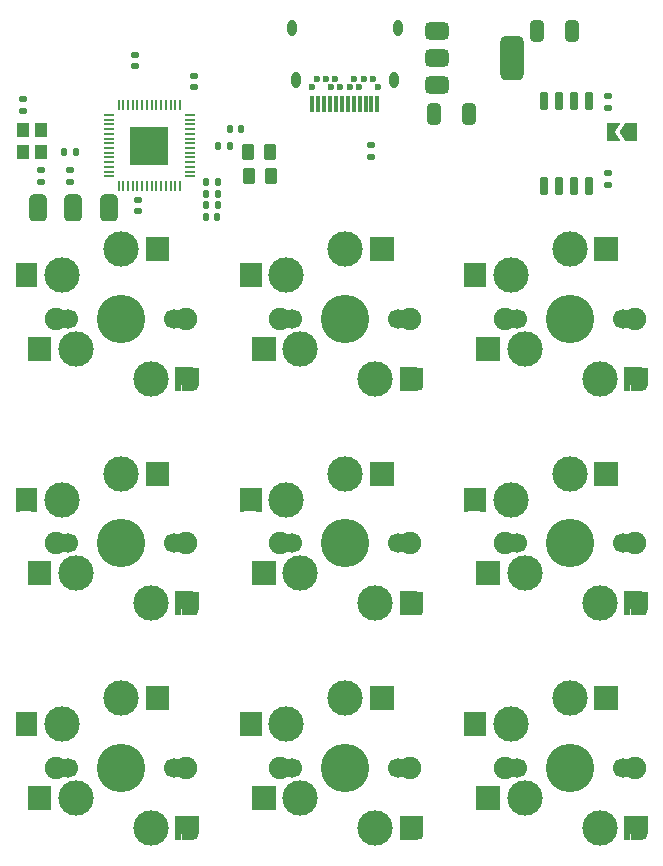
<source format=gts>
%TF.GenerationSoftware,KiCad,Pcbnew,8.0.8*%
%TF.CreationDate,2025-02-11T21:46:50+01:00*%
%TF.ProjectId,macro33,6d616372-6f33-4332-9e6b-696361645f70,1*%
%TF.SameCoordinates,Original*%
%TF.FileFunction,Soldermask,Top*%
%TF.FilePolarity,Negative*%
%FSLAX46Y46*%
G04 Gerber Fmt 4.6, Leading zero omitted, Abs format (unit mm)*
G04 Created by KiCad (PCBNEW 8.0.8) date 2025-02-11 21:46:50*
%MOMM*%
%LPD*%
G01*
G04 APERTURE LIST*
G04 Aperture macros list*
%AMRoundRect*
0 Rectangle with rounded corners*
0 $1 Rounding radius*
0 $2 $3 $4 $5 $6 $7 $8 $9 X,Y pos of 4 corners*
0 Add a 4 corners polygon primitive as box body*
4,1,4,$2,$3,$4,$5,$6,$7,$8,$9,$2,$3,0*
0 Add four circle primitives for the rounded corners*
1,1,$1+$1,$2,$3*
1,1,$1+$1,$4,$5*
1,1,$1+$1,$6,$7*
1,1,$1+$1,$8,$9*
0 Add four rect primitives between the rounded corners*
20,1,$1+$1,$2,$3,$4,$5,0*
20,1,$1+$1,$4,$5,$6,$7,0*
20,1,$1+$1,$6,$7,$8,$9,0*
20,1,$1+$1,$8,$9,$2,$3,0*%
%AMFreePoly0*
4,1,6,1.000000,0.000000,0.500000,-0.750000,-0.500000,-0.750000,-0.500000,0.750000,0.500000,0.750000,1.000000,0.000000,1.000000,0.000000,$1*%
%AMFreePoly1*
4,1,6,0.500000,-0.750000,-0.650000,-0.750000,-0.150000,0.000000,-0.650000,0.750000,0.500000,0.750000,0.500000,-0.750000,0.500000,-0.750000,$1*%
G04 Aperture macros list end*
%ADD10RoundRect,0.140000X0.170000X-0.140000X0.170000X0.140000X-0.170000X0.140000X-0.170000X-0.140000X0*%
%ADD11RoundRect,0.250000X0.262500X0.450000X-0.262500X0.450000X-0.262500X-0.450000X0.262500X-0.450000X0*%
%ADD12RoundRect,0.375000X-0.625000X-0.375000X0.625000X-0.375000X0.625000X0.375000X-0.625000X0.375000X0*%
%ADD13RoundRect,0.500000X-0.500000X-1.400000X0.500000X-1.400000X0.500000X1.400000X-0.500000X1.400000X0*%
%ADD14RoundRect,0.135000X0.185000X-0.135000X0.185000X0.135000X-0.185000X0.135000X-0.185000X-0.135000X0*%
%ADD15RoundRect,0.140000X-0.140000X-0.170000X0.140000X-0.170000X0.140000X0.170000X-0.140000X0.170000X0*%
%ADD16RoundRect,0.140000X-0.170000X0.140000X-0.170000X-0.140000X0.170000X-0.140000X0.170000X0.140000X0*%
%ADD17RoundRect,0.050000X-0.050000X0.387500X-0.050000X-0.387500X0.050000X-0.387500X0.050000X0.387500X0*%
%ADD18RoundRect,0.050000X-0.387500X0.050000X-0.387500X-0.050000X0.387500X-0.050000X0.387500X0.050000X0*%
%ADD19R,3.200000X3.200000*%
%ADD20O,0.800000X1.400000*%
%ADD21R,0.300000X1.400000*%
%ADD22C,0.600000*%
%ADD23RoundRect,0.381000X-0.381000X0.762000X-0.381000X-0.762000X0.381000X-0.762000X0.381000X0.762000X0*%
%ADD24RoundRect,0.140000X0.140000X0.170000X-0.140000X0.170000X-0.140000X-0.170000X0.140000X-0.170000X0*%
%ADD25RoundRect,0.150000X-0.150000X0.650000X-0.150000X-0.650000X0.150000X-0.650000X0.150000X0.650000X0*%
%ADD26RoundRect,0.250000X-0.325000X-0.650000X0.325000X-0.650000X0.325000X0.650000X-0.325000X0.650000X0*%
%ADD27FreePoly0,180.000000*%
%ADD28FreePoly1,180.000000*%
%ADD29R,1.100000X1.200000*%
%ADD30C,1.900000*%
%ADD31C,1.700000*%
%ADD32C,3.000000*%
%ADD33C,4.100000*%
%ADD34R,0.300000X2.000000*%
%ADD35R,1.000000X0.500000*%
%ADD36R,1.000000X1.000000*%
%ADD37R,0.500000X2.000000*%
%ADD38R,1.125000X0.500000*%
%ADD39C,0.750000*%
%ADD40R,0.500000X1.625000*%
G04 APERTURE END LIST*
D10*
%TO.C,C2*%
X56000000Y-74230000D03*
X56000000Y-73270000D03*
%TD*%
D11*
%TO.C,R2*%
X75500000Y-73750000D03*
X73675000Y-73750000D03*
%TD*%
D12*
%TO.C,U3*%
X89600000Y-61450000D03*
X89600000Y-63750000D03*
D13*
X95900000Y-63750000D03*
D12*
X89600000Y-66050000D03*
%TD*%
D11*
%TO.C,R1*%
X75412500Y-71750000D03*
X73587500Y-71750000D03*
%TD*%
D14*
%TO.C,R5*%
X84010000Y-72151000D03*
X84010000Y-71131000D03*
%TD*%
D15*
%TO.C,C13*%
X70040000Y-76250000D03*
X71000000Y-76250000D03*
%TD*%
D16*
%TO.C,C11*%
X64250000Y-75770000D03*
X64250000Y-76730000D03*
%TD*%
D15*
%TO.C,C4*%
X70040000Y-74250000D03*
X71000000Y-74250000D03*
%TD*%
D17*
%TO.C,U1*%
X67800000Y-67750000D03*
X67400000Y-67750000D03*
X67000000Y-67750000D03*
X66600000Y-67750000D03*
X66200000Y-67750000D03*
X65800000Y-67750000D03*
X65400000Y-67750000D03*
X65000000Y-67750000D03*
X64600000Y-67750000D03*
X64200000Y-67750000D03*
X63800000Y-67750000D03*
X63400000Y-67750000D03*
X63000000Y-67750000D03*
X62600000Y-67750000D03*
D18*
X61762500Y-68587500D03*
X61762500Y-68987500D03*
X61762500Y-69387500D03*
X61762500Y-69787500D03*
X61762500Y-70187500D03*
X61762500Y-70587500D03*
X61762500Y-70987500D03*
X61762500Y-71387500D03*
X61762500Y-71787500D03*
X61762500Y-72187500D03*
X61762500Y-72587500D03*
X61762500Y-72987500D03*
X61762500Y-73387500D03*
X61762500Y-73787500D03*
D17*
X62600000Y-74625000D03*
X63000000Y-74625000D03*
X63400000Y-74625000D03*
X63800000Y-74625000D03*
X64200000Y-74625000D03*
X64600000Y-74625000D03*
X65000000Y-74625000D03*
X65400000Y-74625000D03*
X65800000Y-74625000D03*
X66200000Y-74625000D03*
X66600000Y-74625000D03*
X67000000Y-74625000D03*
X67400000Y-74625000D03*
X67800000Y-74625000D03*
D18*
X68637500Y-73787500D03*
X68637500Y-73387500D03*
X68637500Y-72987500D03*
X68637500Y-72587500D03*
X68637500Y-72187500D03*
X68637500Y-71787500D03*
X68637500Y-71387500D03*
X68637500Y-70987500D03*
X68637500Y-70587500D03*
X68637500Y-70187500D03*
X68637500Y-69787500D03*
X68637500Y-69387500D03*
X68637500Y-68987500D03*
X68637500Y-68587500D03*
D19*
X65200000Y-71187500D03*
%TD*%
D10*
%TO.C,C8*%
X104000000Y-74500000D03*
X104000000Y-73540000D03*
%TD*%
D20*
%TO.C,USBC1*%
X77630000Y-65640000D03*
X85890000Y-65640000D03*
X86250000Y-61250000D03*
X77270000Y-61250000D03*
D21*
X84509500Y-67641000D03*
X84010000Y-67641000D03*
X83511000Y-67641000D03*
X83010500Y-67641000D03*
X82510500Y-67641000D03*
X82010000Y-67641000D03*
X81509500Y-67641000D03*
X81009000Y-67641000D03*
X80510000Y-67641000D03*
X80011000Y-67641000D03*
X79510500Y-67641000D03*
X79010000Y-67641000D03*
D22*
X78960000Y-66240000D03*
X79360000Y-65540000D03*
X80160000Y-65540000D03*
X80560000Y-66240000D03*
X80960000Y-65540000D03*
X81360000Y-66240000D03*
X82160000Y-66240000D03*
X82560000Y-65540000D03*
X82960000Y-66240000D03*
X83360000Y-65540000D03*
X84160000Y-65540000D03*
X84560000Y-66240000D03*
%TD*%
D14*
%TO.C,R3*%
X104000000Y-68040000D03*
X104000000Y-67020000D03*
%TD*%
D15*
%TO.C,C5*%
X72020000Y-69750000D03*
X72980000Y-69750000D03*
%TD*%
D10*
%TO.C,C7*%
X69000000Y-66250000D03*
X69000000Y-65290000D03*
%TD*%
D23*
%TO.C,SWD*%
X55750000Y-76446500D03*
X58750000Y-76446500D03*
X61750000Y-76446500D03*
%TD*%
D15*
%TO.C,C10*%
X71040000Y-71250000D03*
X72000000Y-71250000D03*
%TD*%
D24*
%TO.C,C9*%
X58980000Y-71750000D03*
X58020000Y-71750000D03*
%TD*%
D25*
%TO.C,U2*%
X102405000Y-67420000D03*
X101135000Y-67420000D03*
X99865000Y-67420000D03*
X98595000Y-67420000D03*
X98595000Y-74620000D03*
X99865000Y-74620000D03*
X101135000Y-74620000D03*
X102405000Y-74620000D03*
%TD*%
D15*
%TO.C,C16*%
X70020000Y-75250000D03*
X70980000Y-75250000D03*
%TD*%
D26*
%TO.C,C15*%
X98025000Y-61500000D03*
X100975000Y-61500000D03*
%TD*%
D16*
%TO.C,C1*%
X54500000Y-67270000D03*
X54500000Y-68230000D03*
%TD*%
D15*
%TO.C,C6*%
X70000000Y-77250000D03*
X70960000Y-77250000D03*
%TD*%
D10*
%TO.C,C12*%
X64000000Y-64480000D03*
X64000000Y-63520000D03*
%TD*%
D27*
%TO.C,JP1*%
X105950000Y-70020000D03*
D28*
X104500000Y-70020000D03*
%TD*%
D16*
%TO.C,C3*%
X58500000Y-73270000D03*
X58500000Y-74230000D03*
%TD*%
D29*
%TO.C,Y1*%
X56000000Y-71750000D03*
X56000000Y-69850000D03*
X54500000Y-69850000D03*
X54500000Y-71750000D03*
%TD*%
D26*
%TO.C,C14*%
X89300000Y-68500000D03*
X92250000Y-68500000D03*
%TD*%
D30*
%TO.C,SW8*%
X76300000Y-123850000D03*
D31*
X76720000Y-123850000D03*
D32*
X76800000Y-120150000D03*
D31*
X77300000Y-123850000D03*
D32*
X77990000Y-126390000D03*
X81800000Y-117950000D03*
D33*
X81800000Y-123850000D03*
D32*
X84340000Y-128930000D03*
D31*
X86300000Y-123850000D03*
X86880000Y-123850000D03*
D30*
X87300000Y-123850000D03*
D34*
X73050000Y-120150000D03*
D35*
X73700000Y-119400000D03*
D36*
X73700000Y-120150000D03*
D35*
X73700000Y-120900000D03*
D37*
X74150000Y-126390000D03*
X74450000Y-120150000D03*
D35*
X74900000Y-125640000D03*
D36*
X74900000Y-126390000D03*
D35*
X74900000Y-127140000D03*
D37*
X75650000Y-126390000D03*
X84150000Y-117960000D03*
D35*
X84900000Y-117210000D03*
D36*
X84900000Y-117960000D03*
D35*
X84900000Y-118710000D03*
D37*
X85650000Y-117960000D03*
X86650000Y-128930000D03*
D35*
X87400000Y-128180000D03*
D36*
X87400000Y-128930000D03*
D38*
X87461250Y-129680000D03*
D39*
X88025000Y-129555000D03*
D40*
X88150000Y-128742500D03*
%TD*%
D30*
%TO.C,SW1*%
X57300000Y-85850000D03*
D31*
X57720000Y-85850000D03*
D32*
X57800000Y-82150000D03*
D31*
X58300000Y-85850000D03*
D32*
X58990000Y-88390000D03*
X62800000Y-79950000D03*
D33*
X62800000Y-85850000D03*
D32*
X65340000Y-90930000D03*
D31*
X67300000Y-85850000D03*
X67880000Y-85850000D03*
D30*
X68300000Y-85850000D03*
D34*
X54050000Y-82150000D03*
D35*
X54700000Y-81400000D03*
D36*
X54700000Y-82150000D03*
D35*
X54700000Y-82900000D03*
D37*
X55150000Y-88390000D03*
X55450000Y-82150000D03*
D35*
X55900000Y-87640000D03*
D36*
X55900000Y-88390000D03*
D35*
X55900000Y-89140000D03*
D37*
X56650000Y-88390000D03*
X65150000Y-79960000D03*
D35*
X65900000Y-79210000D03*
D36*
X65900000Y-79960000D03*
D35*
X65900000Y-80710000D03*
D37*
X66650000Y-79960000D03*
X67650000Y-90930000D03*
D35*
X68400000Y-90180000D03*
D36*
X68400000Y-90930000D03*
D38*
X68461250Y-91680000D03*
D39*
X69025000Y-91555000D03*
D40*
X69150000Y-90742500D03*
%TD*%
D30*
%TO.C,SW4*%
X57300000Y-104850000D03*
D31*
X57720000Y-104850000D03*
D32*
X57800000Y-101150000D03*
D31*
X58300000Y-104850000D03*
D32*
X58990000Y-107390000D03*
X62800000Y-98950000D03*
D33*
X62800000Y-104850000D03*
D32*
X65340000Y-109930000D03*
D31*
X67300000Y-104850000D03*
X67880000Y-104850000D03*
D30*
X68300000Y-104850000D03*
D34*
X54050000Y-101150000D03*
D35*
X54700000Y-100400000D03*
D36*
X54700000Y-101150000D03*
D35*
X54700000Y-101900000D03*
D37*
X55150000Y-107390000D03*
X55450000Y-101150000D03*
D35*
X55900000Y-106640000D03*
D36*
X55900000Y-107390000D03*
D35*
X55900000Y-108140000D03*
D37*
X56650000Y-107390000D03*
X65150000Y-98960000D03*
D35*
X65900000Y-98210000D03*
D36*
X65900000Y-98960000D03*
D35*
X65900000Y-99710000D03*
D37*
X66650000Y-98960000D03*
X67650000Y-109930000D03*
D35*
X68400000Y-109180000D03*
D36*
X68400000Y-109930000D03*
D38*
X68461250Y-110680000D03*
D39*
X69025000Y-110555000D03*
D40*
X69150000Y-109742500D03*
%TD*%
D30*
%TO.C,SW3*%
X95300000Y-85850000D03*
D31*
X95720000Y-85850000D03*
D32*
X95800000Y-82150000D03*
D31*
X96300000Y-85850000D03*
D32*
X96990000Y-88390000D03*
X100800000Y-79950000D03*
D33*
X100800000Y-85850000D03*
D32*
X103340000Y-90930000D03*
D31*
X105300000Y-85850000D03*
X105880000Y-85850000D03*
D30*
X106300000Y-85850000D03*
D34*
X92050000Y-82150000D03*
D35*
X92700000Y-81400000D03*
D36*
X92700000Y-82150000D03*
D35*
X92700000Y-82900000D03*
D37*
X93150000Y-88390000D03*
X93450000Y-82150000D03*
D35*
X93900000Y-87640000D03*
D36*
X93900000Y-88390000D03*
D35*
X93900000Y-89140000D03*
D37*
X94650000Y-88390000D03*
X103150000Y-79960000D03*
D35*
X103900000Y-79210000D03*
D36*
X103900000Y-79960000D03*
D35*
X103900000Y-80710000D03*
D37*
X104650000Y-79960000D03*
X105650000Y-90930000D03*
D35*
X106400000Y-90180000D03*
D36*
X106400000Y-90930000D03*
D38*
X106461250Y-91680000D03*
D39*
X107025000Y-91555000D03*
D40*
X107150000Y-90742500D03*
%TD*%
D30*
%TO.C,SW7*%
X57300000Y-123850000D03*
D31*
X57720000Y-123850000D03*
D32*
X57800000Y-120150000D03*
D31*
X58300000Y-123850000D03*
D32*
X58990000Y-126390000D03*
X62800000Y-117950000D03*
D33*
X62800000Y-123850000D03*
D32*
X65340000Y-128930000D03*
D31*
X67300000Y-123850000D03*
X67880000Y-123850000D03*
D30*
X68300000Y-123850000D03*
D34*
X54050000Y-120150000D03*
D35*
X54700000Y-119400000D03*
D36*
X54700000Y-120150000D03*
D35*
X54700000Y-120900000D03*
D37*
X55150000Y-126390000D03*
X55450000Y-120150000D03*
D35*
X55900000Y-125640000D03*
D36*
X55900000Y-126390000D03*
D35*
X55900000Y-127140000D03*
D37*
X56650000Y-126390000D03*
X65150000Y-117960000D03*
D35*
X65900000Y-117210000D03*
D36*
X65900000Y-117960000D03*
D35*
X65900000Y-118710000D03*
D37*
X66650000Y-117960000D03*
X67650000Y-128930000D03*
D35*
X68400000Y-128180000D03*
D36*
X68400000Y-128930000D03*
D38*
X68461250Y-129680000D03*
D39*
X69025000Y-129555000D03*
D40*
X69150000Y-128742500D03*
%TD*%
D30*
%TO.C,SW5*%
X76300000Y-104850000D03*
D31*
X76720000Y-104850000D03*
D32*
X76800000Y-101150000D03*
D31*
X77300000Y-104850000D03*
D32*
X77990000Y-107390000D03*
X81800000Y-98950000D03*
D33*
X81800000Y-104850000D03*
D32*
X84340000Y-109930000D03*
D31*
X86300000Y-104850000D03*
X86880000Y-104850000D03*
D30*
X87300000Y-104850000D03*
D34*
X73050000Y-101150000D03*
D35*
X73700000Y-100400000D03*
D36*
X73700000Y-101150000D03*
D35*
X73700000Y-101900000D03*
D37*
X74150000Y-107390000D03*
X74450000Y-101150000D03*
D35*
X74900000Y-106640000D03*
D36*
X74900000Y-107390000D03*
D35*
X74900000Y-108140000D03*
D37*
X75650000Y-107390000D03*
X84150000Y-98960000D03*
D35*
X84900000Y-98210000D03*
D36*
X84900000Y-98960000D03*
D35*
X84900000Y-99710000D03*
D37*
X85650000Y-98960000D03*
X86650000Y-109930000D03*
D35*
X87400000Y-109180000D03*
D36*
X87400000Y-109930000D03*
D38*
X87461250Y-110680000D03*
D39*
X88025000Y-110555000D03*
D40*
X88150000Y-109742500D03*
%TD*%
D30*
%TO.C,SW2*%
X76300000Y-85850000D03*
D31*
X76720000Y-85850000D03*
D32*
X76800000Y-82150000D03*
D31*
X77300000Y-85850000D03*
D32*
X77990000Y-88390000D03*
X81800000Y-79950000D03*
D33*
X81800000Y-85850000D03*
D32*
X84340000Y-90930000D03*
D31*
X86300000Y-85850000D03*
X86880000Y-85850000D03*
D30*
X87300000Y-85850000D03*
D34*
X73050000Y-82150000D03*
D35*
X73700000Y-81400000D03*
D36*
X73700000Y-82150000D03*
D35*
X73700000Y-82900000D03*
D37*
X74150000Y-88390000D03*
X74450000Y-82150000D03*
D35*
X74900000Y-87640000D03*
D36*
X74900000Y-88390000D03*
D35*
X74900000Y-89140000D03*
D37*
X75650000Y-88390000D03*
X84150000Y-79960000D03*
D35*
X84900000Y-79210000D03*
D36*
X84900000Y-79960000D03*
D35*
X84900000Y-80710000D03*
D37*
X85650000Y-79960000D03*
X86650000Y-90930000D03*
D35*
X87400000Y-90180000D03*
D36*
X87400000Y-90930000D03*
D38*
X87461250Y-91680000D03*
D39*
X88025000Y-91555000D03*
D40*
X88150000Y-90742500D03*
%TD*%
D30*
%TO.C,SW6*%
X95300000Y-104850000D03*
D31*
X95720000Y-104850000D03*
D32*
X95800000Y-101150000D03*
D31*
X96300000Y-104850000D03*
D32*
X96990000Y-107390000D03*
X100800000Y-98950000D03*
D33*
X100800000Y-104850000D03*
D32*
X103340000Y-109930000D03*
D31*
X105300000Y-104850000D03*
X105880000Y-104850000D03*
D30*
X106300000Y-104850000D03*
D34*
X92050000Y-101150000D03*
D35*
X92700000Y-100400000D03*
D36*
X92700000Y-101150000D03*
D35*
X92700000Y-101900000D03*
D37*
X93150000Y-107390000D03*
X93450000Y-101150000D03*
D35*
X93900000Y-106640000D03*
D36*
X93900000Y-107390000D03*
D35*
X93900000Y-108140000D03*
D37*
X94650000Y-107390000D03*
X103150000Y-98960000D03*
D35*
X103900000Y-98210000D03*
D36*
X103900000Y-98960000D03*
D35*
X103900000Y-99710000D03*
D37*
X104650000Y-98960000D03*
X105650000Y-109930000D03*
D35*
X106400000Y-109180000D03*
D36*
X106400000Y-109930000D03*
D38*
X106461250Y-110680000D03*
D39*
X107025000Y-110555000D03*
D40*
X107150000Y-109742500D03*
%TD*%
D30*
%TO.C,SW9*%
X95300000Y-123850000D03*
D31*
X95720000Y-123850000D03*
D32*
X95800000Y-120150000D03*
D31*
X96300000Y-123850000D03*
D32*
X96990000Y-126390000D03*
X100800000Y-117950000D03*
D33*
X100800000Y-123850000D03*
D32*
X103340000Y-128930000D03*
D31*
X105300000Y-123850000D03*
X105880000Y-123850000D03*
D30*
X106300000Y-123850000D03*
D34*
X92050000Y-120150000D03*
D35*
X92700000Y-119400000D03*
D36*
X92700000Y-120150000D03*
D35*
X92700000Y-120900000D03*
D37*
X93150000Y-126390000D03*
X93450000Y-120150000D03*
D35*
X93900000Y-125640000D03*
D36*
X93900000Y-126390000D03*
D35*
X93900000Y-127140000D03*
D37*
X94650000Y-126390000D03*
X103150000Y-117960000D03*
D35*
X103900000Y-117210000D03*
D36*
X103900000Y-117960000D03*
D35*
X103900000Y-118710000D03*
D37*
X104650000Y-117960000D03*
X105650000Y-128930000D03*
D35*
X106400000Y-128180000D03*
D36*
X106400000Y-128930000D03*
D38*
X106461250Y-129680000D03*
D39*
X107025000Y-129555000D03*
D40*
X107150000Y-128742500D03*
%TD*%
M02*

</source>
